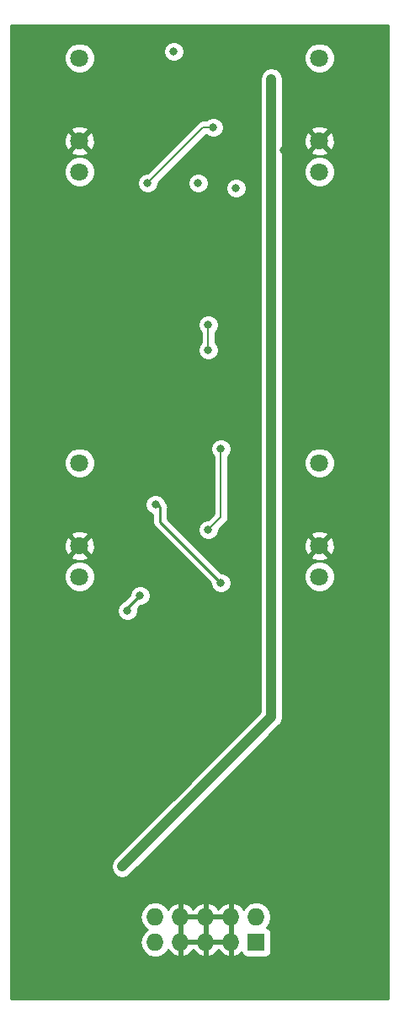
<source format=gbr>
G04 #@! TF.GenerationSoftware,KiCad,Pcbnew,5.0.2+dfsg1-1~bpo9+1*
G04 #@! TF.CreationDate,2019-02-28T12:06:51-08:00*
G04 #@! TF.ProjectId,Drum,4472756d-2e6b-4696-9361-645f70636258,rev?*
G04 #@! TF.SameCoordinates,Original*
G04 #@! TF.FileFunction,Copper,L2,Bot*
G04 #@! TF.FilePolarity,Positive*
%FSLAX46Y46*%
G04 Gerber Fmt 4.6, Leading zero omitted, Abs format (unit mm)*
G04 Created by KiCad (PCBNEW 5.0.2+dfsg1-1~bpo9+1) date Thu 28 Feb 2019 12:06:51 PM PST*
%MOMM*%
%LPD*%
G01*
G04 APERTURE LIST*
G04 #@! TA.AperFunction,ComponentPad*
%ADD10R,1.727200X1.727200*%
G04 #@! TD*
G04 #@! TA.AperFunction,ComponentPad*
%ADD11O,1.727200X1.727200*%
G04 #@! TD*
G04 #@! TA.AperFunction,ComponentPad*
%ADD12C,1.800000*%
G04 #@! TD*
G04 #@! TA.AperFunction,ViaPad*
%ADD13C,0.800000*%
G04 #@! TD*
G04 #@! TA.AperFunction,Conductor*
%ADD14C,0.200000*%
G04 #@! TD*
G04 #@! TA.AperFunction,Conductor*
%ADD15C,0.250000*%
G04 #@! TD*
G04 #@! TA.AperFunction,Conductor*
%ADD16C,1.000000*%
G04 #@! TD*
G04 #@! TA.AperFunction,Conductor*
%ADD17C,0.254000*%
G04 #@! TD*
G04 APERTURE END LIST*
D10*
G04 #@! TO.P,J3,1*
G04 #@! TO.N,Net-(D2-Pad1)*
X162814000Y-139192000D03*
D11*
G04 #@! TO.P,J3,2*
X162814000Y-136652000D03*
G04 #@! TO.P,J3,3*
G04 #@! TO.N,GND*
X160274000Y-139192000D03*
G04 #@! TO.P,J3,4*
X160274000Y-136652000D03*
G04 #@! TO.P,J3,5*
X157734000Y-139192000D03*
G04 #@! TO.P,J3,6*
X157734000Y-136652000D03*
G04 #@! TO.P,J3,7*
X155194000Y-139192000D03*
G04 #@! TO.P,J3,8*
X155194000Y-136652000D03*
G04 #@! TO.P,J3,9*
G04 #@! TO.N,Net-(D1-Pad2)*
X152654000Y-139192000D03*
G04 #@! TO.P,J3,10*
X152654000Y-136652000D03*
G04 #@! TD*
D12*
G04 #@! TO.P,J5,3*
G04 #@! TO.N,Net-(J5-Pad3)*
X169164000Y-91092000D03*
G04 #@! TO.P,J5,1*
G04 #@! TO.N,Net-(J5-Pad1)*
X169164000Y-102492000D03*
G04 #@! TO.P,J5,2*
G04 #@! TO.N,GND*
X169164000Y-99392000D03*
G04 #@! TD*
G04 #@! TO.P,J1,3*
G04 #@! TO.N,Net-(J1-Pad3)*
X145034000Y-50452000D03*
G04 #@! TO.P,J1,1*
G04 #@! TO.N,Net-(J1-Pad1)*
X145034000Y-61852000D03*
G04 #@! TO.P,J1,2*
G04 #@! TO.N,GND*
X145034000Y-58752000D03*
G04 #@! TD*
G04 #@! TO.P,J2,3*
G04 #@! TO.N,Net-(J2-Pad3)*
X145034000Y-91092000D03*
G04 #@! TO.P,J2,1*
G04 #@! TO.N,Net-(J2-Pad1)*
X145034000Y-102492000D03*
G04 #@! TO.P,J2,2*
G04 #@! TO.N,GND*
X145034000Y-99392000D03*
G04 #@! TD*
G04 #@! TO.P,J4,3*
G04 #@! TO.N,Net-(J4-Pad3)*
X169164000Y-50452000D03*
G04 #@! TO.P,J4,1*
G04 #@! TO.N,Net-(J4-Pad1)*
X169164000Y-61852000D03*
G04 #@! TO.P,J4,2*
G04 #@! TO.N,GND*
X169164000Y-58752000D03*
G04 #@! TD*
D13*
G04 #@! TO.N,GND*
X157734000Y-96520000D03*
X152654000Y-101854000D03*
X152146000Y-96774000D03*
X148590000Y-104394000D03*
X156718000Y-104394000D03*
X175514000Y-94234000D03*
X163830000Y-133096000D03*
X163830000Y-142494000D03*
X146812000Y-142240000D03*
X143256000Y-131064000D03*
X171196000Y-139954000D03*
X171196000Y-131572000D03*
X153416000Y-82550000D03*
X156718000Y-85598000D03*
X151384000Y-70358000D03*
X158242000Y-70612000D03*
X166370000Y-77470000D03*
X161036000Y-83058000D03*
X149098000Y-64516000D03*
X142494000Y-64516000D03*
X142748000Y-69850000D03*
X150622000Y-61468000D03*
X151384000Y-54610000D03*
X164592000Y-50546000D03*
X157988000Y-54102000D03*
X156972000Y-55118000D03*
X165608000Y-59690000D03*
X171450000Y-67056000D03*
X170434000Y-73152000D03*
X160274000Y-133350000D03*
X154178000Y-142748000D03*
X158242000Y-60198000D03*
G04 #@! TO.N,Net-(R10-Pad1)*
X157988000Y-97790000D03*
X159258000Y-89662000D03*
G04 #@! TO.N,Net-(J5-Pad1)*
X159258000Y-103124000D03*
X152677000Y-95250000D03*
G04 #@! TO.N,Net-(J4-Pad1)*
X156972000Y-62992000D03*
X160782000Y-63500000D03*
G04 #@! TO.N,Net-(R15-Pad2)*
X154518500Y-49784000D03*
G04 #@! TO.N,Net-(R7-Pad2)*
X151892000Y-62992000D03*
X158496000Y-57404000D03*
G04 #@! TO.N,Net-(Q2-Pad3)*
X151130000Y-104394000D03*
X149860000Y-105918000D03*
X157988000Y-77216000D03*
X157988000Y-79756000D03*
G04 #@! TO.N,+12V*
X149352000Y-131572000D03*
X164338000Y-93980000D03*
X164338000Y-52578000D03*
X164338000Y-98298000D03*
X164338000Y-69342000D03*
X164338000Y-55372000D03*
X155956000Y-124968000D03*
G04 #@! TD*
D14*
G04 #@! TO.N,Net-(R10-Pad1)*
X159258000Y-96520000D02*
X157988000Y-97790000D01*
X159258000Y-89662000D02*
X159258000Y-96520000D01*
D15*
G04 #@! TO.N,Net-(J5-Pad1)*
X159258000Y-103124000D02*
X153162000Y-97028000D01*
X153162000Y-97028000D02*
X153162000Y-95504000D01*
X153162000Y-95504000D02*
X152908000Y-95250000D01*
X152908000Y-95250000D02*
X152677000Y-95250000D01*
D14*
G04 #@! TO.N,Net-(R7-Pad2)*
X151892000Y-62992000D02*
X152291999Y-62592001D01*
X152291999Y-62592001D02*
X157480000Y-57404000D01*
X157480000Y-57404000D02*
X158496000Y-57404000D01*
D15*
G04 #@! TO.N,Net-(Q2-Pad3)*
X149860000Y-105664000D02*
X151130000Y-104394000D01*
X149860000Y-105918000D02*
X149860000Y-105664000D01*
D14*
X157988000Y-77216000D02*
X157988000Y-79248000D01*
X157988000Y-79248000D02*
X157988000Y-79756000D01*
D16*
G04 #@! TO.N,+12V*
X149352000Y-131572000D02*
X155956000Y-124968000D01*
X164338000Y-116586000D02*
X164338000Y-98298000D01*
X164338000Y-93980000D02*
X164338000Y-69342000D01*
X164338000Y-98298000D02*
X164338000Y-93980000D01*
X164338000Y-69342000D02*
X164338000Y-55372000D01*
X164338000Y-55372000D02*
X164338000Y-52578000D01*
X155956000Y-124968000D02*
X164338000Y-116586000D01*
G04 #@! TD*
D17*
G04 #@! TO.N,GND*
G36*
X176074001Y-144832000D02*
X138124000Y-144832000D01*
X138124000Y-136652000D01*
X151126041Y-136652000D01*
X151242350Y-137236725D01*
X151573570Y-137732430D01*
X151857281Y-137922000D01*
X151573570Y-138111570D01*
X151242350Y-138607275D01*
X151126041Y-139192000D01*
X151242350Y-139776725D01*
X151573570Y-140272430D01*
X152069275Y-140603650D01*
X152506402Y-140690600D01*
X152801598Y-140690600D01*
X153238725Y-140603650D01*
X153734430Y-140272430D01*
X153935854Y-139970979D01*
X153987179Y-140080490D01*
X154419053Y-140474688D01*
X154834974Y-140646958D01*
X155067000Y-140525817D01*
X155067000Y-139319000D01*
X155321000Y-139319000D01*
X155321000Y-140525817D01*
X155553026Y-140646958D01*
X155968947Y-140474688D01*
X156400821Y-140080490D01*
X156464000Y-139945687D01*
X156527179Y-140080490D01*
X156959053Y-140474688D01*
X157374974Y-140646958D01*
X157607000Y-140525817D01*
X157607000Y-139319000D01*
X157861000Y-139319000D01*
X157861000Y-140525817D01*
X158093026Y-140646958D01*
X158508947Y-140474688D01*
X158940821Y-140080490D01*
X159004000Y-139945687D01*
X159067179Y-140080490D01*
X159499053Y-140474688D01*
X159914974Y-140646958D01*
X160147000Y-140525817D01*
X160147000Y-139319000D01*
X157861000Y-139319000D01*
X157607000Y-139319000D01*
X155321000Y-139319000D01*
X155067000Y-139319000D01*
X155047000Y-139319000D01*
X155047000Y-139065000D01*
X155067000Y-139065000D01*
X155067000Y-136779000D01*
X155321000Y-136779000D01*
X155321000Y-139065000D01*
X157607000Y-139065000D01*
X157607000Y-136779000D01*
X157861000Y-136779000D01*
X157861000Y-139065000D01*
X160147000Y-139065000D01*
X160147000Y-136779000D01*
X157861000Y-136779000D01*
X157607000Y-136779000D01*
X155321000Y-136779000D01*
X155067000Y-136779000D01*
X155047000Y-136779000D01*
X155047000Y-136525000D01*
X155067000Y-136525000D01*
X155067000Y-135318183D01*
X155321000Y-135318183D01*
X155321000Y-136525000D01*
X157607000Y-136525000D01*
X157607000Y-135318183D01*
X157861000Y-135318183D01*
X157861000Y-136525000D01*
X160147000Y-136525000D01*
X160147000Y-135318183D01*
X160401000Y-135318183D01*
X160401000Y-136525000D01*
X160421000Y-136525000D01*
X160421000Y-136779000D01*
X160401000Y-136779000D01*
X160401000Y-139065000D01*
X160421000Y-139065000D01*
X160421000Y-139319000D01*
X160401000Y-139319000D01*
X160401000Y-140525817D01*
X160633026Y-140646958D01*
X161048947Y-140474688D01*
X161334480Y-140214064D01*
X161352243Y-140303365D01*
X161492591Y-140513409D01*
X161702635Y-140653757D01*
X161950400Y-140703040D01*
X163677600Y-140703040D01*
X163925365Y-140653757D01*
X164135409Y-140513409D01*
X164275757Y-140303365D01*
X164325040Y-140055600D01*
X164325040Y-138328400D01*
X164275757Y-138080635D01*
X164135409Y-137870591D01*
X163925365Y-137730243D01*
X163899349Y-137725068D01*
X164225650Y-137236725D01*
X164341959Y-136652000D01*
X164225650Y-136067275D01*
X163894430Y-135571570D01*
X163398725Y-135240350D01*
X162961598Y-135153400D01*
X162666402Y-135153400D01*
X162229275Y-135240350D01*
X161733570Y-135571570D01*
X161532146Y-135873021D01*
X161480821Y-135763510D01*
X161048947Y-135369312D01*
X160633026Y-135197042D01*
X160401000Y-135318183D01*
X160147000Y-135318183D01*
X159914974Y-135197042D01*
X159499053Y-135369312D01*
X159067179Y-135763510D01*
X159004000Y-135898313D01*
X158940821Y-135763510D01*
X158508947Y-135369312D01*
X158093026Y-135197042D01*
X157861000Y-135318183D01*
X157607000Y-135318183D01*
X157374974Y-135197042D01*
X156959053Y-135369312D01*
X156527179Y-135763510D01*
X156464000Y-135898313D01*
X156400821Y-135763510D01*
X155968947Y-135369312D01*
X155553026Y-135197042D01*
X155321000Y-135318183D01*
X155067000Y-135318183D01*
X154834974Y-135197042D01*
X154419053Y-135369312D01*
X153987179Y-135763510D01*
X153935854Y-135873021D01*
X153734430Y-135571570D01*
X153238725Y-135240350D01*
X152801598Y-135153400D01*
X152506402Y-135153400D01*
X152069275Y-135240350D01*
X151573570Y-135571570D01*
X151242350Y-136067275D01*
X151126041Y-136652000D01*
X138124000Y-136652000D01*
X138124000Y-131572000D01*
X148194765Y-131572000D01*
X148282854Y-132014854D01*
X148533712Y-132390288D01*
X148909146Y-132641146D01*
X149352000Y-132729235D01*
X149794854Y-132641146D01*
X150075523Y-132453608D01*
X156837608Y-125691524D01*
X156837610Y-125691521D01*
X165061522Y-117467610D01*
X165156289Y-117404289D01*
X165407146Y-117028855D01*
X165473000Y-116697783D01*
X165473000Y-116697782D01*
X165495235Y-116586001D01*
X165473000Y-116474218D01*
X165473000Y-102186670D01*
X167629000Y-102186670D01*
X167629000Y-102797330D01*
X167862690Y-103361507D01*
X168294493Y-103793310D01*
X168858670Y-104027000D01*
X169469330Y-104027000D01*
X170033507Y-103793310D01*
X170465310Y-103361507D01*
X170699000Y-102797330D01*
X170699000Y-102186670D01*
X170465310Y-101622493D01*
X170033507Y-101190690D01*
X169469330Y-100957000D01*
X168858670Y-100957000D01*
X168294493Y-101190690D01*
X167862690Y-101622493D01*
X167629000Y-102186670D01*
X165473000Y-102186670D01*
X165473000Y-100472159D01*
X168263446Y-100472159D01*
X168349852Y-100728643D01*
X168923336Y-100938458D01*
X169533460Y-100912839D01*
X169978148Y-100728643D01*
X170064554Y-100472159D01*
X169164000Y-99571605D01*
X168263446Y-100472159D01*
X165473000Y-100472159D01*
X165473000Y-99151336D01*
X167617542Y-99151336D01*
X167643161Y-99761460D01*
X167827357Y-100206148D01*
X168083841Y-100292554D01*
X168984395Y-99392000D01*
X169343605Y-99392000D01*
X170244159Y-100292554D01*
X170500643Y-100206148D01*
X170710458Y-99632664D01*
X170684839Y-99022540D01*
X170500643Y-98577852D01*
X170244159Y-98491446D01*
X169343605Y-99392000D01*
X168984395Y-99392000D01*
X168083841Y-98491446D01*
X167827357Y-98577852D01*
X167617542Y-99151336D01*
X165473000Y-99151336D01*
X165473000Y-98311841D01*
X168263446Y-98311841D01*
X169164000Y-99212395D01*
X170064554Y-98311841D01*
X169978148Y-98055357D01*
X169404664Y-97845542D01*
X168794540Y-97871161D01*
X168349852Y-98055357D01*
X168263446Y-98311841D01*
X165473000Y-98311841D01*
X165473000Y-90786670D01*
X167629000Y-90786670D01*
X167629000Y-91397330D01*
X167862690Y-91961507D01*
X168294493Y-92393310D01*
X168858670Y-92627000D01*
X169469330Y-92627000D01*
X170033507Y-92393310D01*
X170465310Y-91961507D01*
X170699000Y-91397330D01*
X170699000Y-90786670D01*
X170465310Y-90222493D01*
X170033507Y-89790690D01*
X169469330Y-89557000D01*
X168858670Y-89557000D01*
X168294493Y-89790690D01*
X167862690Y-90222493D01*
X167629000Y-90786670D01*
X165473000Y-90786670D01*
X165473000Y-61546670D01*
X167629000Y-61546670D01*
X167629000Y-62157330D01*
X167862690Y-62721507D01*
X168294493Y-63153310D01*
X168858670Y-63387000D01*
X169469330Y-63387000D01*
X170033507Y-63153310D01*
X170465310Y-62721507D01*
X170699000Y-62157330D01*
X170699000Y-61546670D01*
X170465310Y-60982493D01*
X170033507Y-60550690D01*
X169469330Y-60317000D01*
X168858670Y-60317000D01*
X168294493Y-60550690D01*
X167862690Y-60982493D01*
X167629000Y-61546670D01*
X165473000Y-61546670D01*
X165473000Y-59832159D01*
X168263446Y-59832159D01*
X168349852Y-60088643D01*
X168923336Y-60298458D01*
X169533460Y-60272839D01*
X169978148Y-60088643D01*
X170064554Y-59832159D01*
X169164000Y-58931605D01*
X168263446Y-59832159D01*
X165473000Y-59832159D01*
X165473000Y-58511336D01*
X167617542Y-58511336D01*
X167643161Y-59121460D01*
X167827357Y-59566148D01*
X168083841Y-59652554D01*
X168984395Y-58752000D01*
X169343605Y-58752000D01*
X170244159Y-59652554D01*
X170500643Y-59566148D01*
X170710458Y-58992664D01*
X170684839Y-58382540D01*
X170500643Y-57937852D01*
X170244159Y-57851446D01*
X169343605Y-58752000D01*
X168984395Y-58752000D01*
X168083841Y-57851446D01*
X167827357Y-57937852D01*
X167617542Y-58511336D01*
X165473000Y-58511336D01*
X165473000Y-57671841D01*
X168263446Y-57671841D01*
X169164000Y-58572395D01*
X170064554Y-57671841D01*
X169978148Y-57415357D01*
X169404664Y-57205542D01*
X168794540Y-57231161D01*
X168349852Y-57415357D01*
X168263446Y-57671841D01*
X165473000Y-57671841D01*
X165473000Y-52466217D01*
X165407146Y-52135145D01*
X165156289Y-51759711D01*
X164780855Y-51508854D01*
X164338000Y-51420765D01*
X163895146Y-51508854D01*
X163519712Y-51759711D01*
X163268855Y-52135145D01*
X163203001Y-52466217D01*
X163203000Y-55483782D01*
X163203001Y-55483787D01*
X163203000Y-69453782D01*
X163203001Y-69453787D01*
X163203000Y-94091782D01*
X163203001Y-94091787D01*
X163203000Y-98409782D01*
X163203001Y-98409787D01*
X163203000Y-116115868D01*
X155232479Y-124086390D01*
X155232476Y-124086392D01*
X148470392Y-130848477D01*
X148282854Y-131129146D01*
X148194765Y-131572000D01*
X138124000Y-131572000D01*
X138124000Y-105712126D01*
X148825000Y-105712126D01*
X148825000Y-106123874D01*
X148982569Y-106504280D01*
X149273720Y-106795431D01*
X149654126Y-106953000D01*
X150065874Y-106953000D01*
X150446280Y-106795431D01*
X150737431Y-106504280D01*
X150895000Y-106123874D01*
X150895000Y-105712126D01*
X150892562Y-105706240D01*
X151169802Y-105429000D01*
X151335874Y-105429000D01*
X151716280Y-105271431D01*
X152007431Y-104980280D01*
X152165000Y-104599874D01*
X152165000Y-104188126D01*
X152007431Y-103807720D01*
X151716280Y-103516569D01*
X151335874Y-103359000D01*
X150924126Y-103359000D01*
X150543720Y-103516569D01*
X150252569Y-103807720D01*
X150095000Y-104188126D01*
X150095000Y-104354198D01*
X149504025Y-104945174D01*
X149273720Y-105040569D01*
X148982569Y-105331720D01*
X148825000Y-105712126D01*
X138124000Y-105712126D01*
X138124000Y-102186670D01*
X143499000Y-102186670D01*
X143499000Y-102797330D01*
X143732690Y-103361507D01*
X144164493Y-103793310D01*
X144728670Y-104027000D01*
X145339330Y-104027000D01*
X145903507Y-103793310D01*
X146335310Y-103361507D01*
X146569000Y-102797330D01*
X146569000Y-102186670D01*
X146335310Y-101622493D01*
X145903507Y-101190690D01*
X145339330Y-100957000D01*
X144728670Y-100957000D01*
X144164493Y-101190690D01*
X143732690Y-101622493D01*
X143499000Y-102186670D01*
X138124000Y-102186670D01*
X138124000Y-100472159D01*
X144133446Y-100472159D01*
X144219852Y-100728643D01*
X144793336Y-100938458D01*
X145403460Y-100912839D01*
X145848148Y-100728643D01*
X145934554Y-100472159D01*
X145034000Y-99571605D01*
X144133446Y-100472159D01*
X138124000Y-100472159D01*
X138124000Y-99151336D01*
X143487542Y-99151336D01*
X143513161Y-99761460D01*
X143697357Y-100206148D01*
X143953841Y-100292554D01*
X144854395Y-99392000D01*
X145213605Y-99392000D01*
X146114159Y-100292554D01*
X146370643Y-100206148D01*
X146580458Y-99632664D01*
X146554839Y-99022540D01*
X146370643Y-98577852D01*
X146114159Y-98491446D01*
X145213605Y-99392000D01*
X144854395Y-99392000D01*
X143953841Y-98491446D01*
X143697357Y-98577852D01*
X143487542Y-99151336D01*
X138124000Y-99151336D01*
X138124000Y-98311841D01*
X144133446Y-98311841D01*
X145034000Y-99212395D01*
X145934554Y-98311841D01*
X145848148Y-98055357D01*
X145274664Y-97845542D01*
X144664540Y-97871161D01*
X144219852Y-98055357D01*
X144133446Y-98311841D01*
X138124000Y-98311841D01*
X138124000Y-95044126D01*
X151642000Y-95044126D01*
X151642000Y-95455874D01*
X151799569Y-95836280D01*
X152090720Y-96127431D01*
X152402001Y-96256367D01*
X152402000Y-96953153D01*
X152387112Y-97028000D01*
X152402000Y-97102847D01*
X152402000Y-97102851D01*
X152446096Y-97324536D01*
X152614071Y-97575929D01*
X152677530Y-97618331D01*
X158223000Y-103163802D01*
X158223000Y-103329874D01*
X158380569Y-103710280D01*
X158671720Y-104001431D01*
X159052126Y-104159000D01*
X159463874Y-104159000D01*
X159844280Y-104001431D01*
X160135431Y-103710280D01*
X160293000Y-103329874D01*
X160293000Y-102918126D01*
X160135431Y-102537720D01*
X159844280Y-102246569D01*
X159463874Y-102089000D01*
X159297802Y-102089000D01*
X154792928Y-97584126D01*
X156953000Y-97584126D01*
X156953000Y-97995874D01*
X157110569Y-98376280D01*
X157401720Y-98667431D01*
X157782126Y-98825000D01*
X158193874Y-98825000D01*
X158574280Y-98667431D01*
X158865431Y-98376280D01*
X159023000Y-97995874D01*
X159023000Y-97794446D01*
X159726537Y-97090910D01*
X159787905Y-97049905D01*
X159950354Y-96806783D01*
X159993000Y-96592388D01*
X159993000Y-96592385D01*
X160007398Y-96520001D01*
X159993000Y-96447617D01*
X159993000Y-90390711D01*
X160135431Y-90248280D01*
X160293000Y-89867874D01*
X160293000Y-89456126D01*
X160135431Y-89075720D01*
X159844280Y-88784569D01*
X159463874Y-88627000D01*
X159052126Y-88627000D01*
X158671720Y-88784569D01*
X158380569Y-89075720D01*
X158223000Y-89456126D01*
X158223000Y-89867874D01*
X158380569Y-90248280D01*
X158523000Y-90390711D01*
X158523001Y-96215552D01*
X157983554Y-96755000D01*
X157782126Y-96755000D01*
X157401720Y-96912569D01*
X157110569Y-97203720D01*
X156953000Y-97584126D01*
X154792928Y-97584126D01*
X153922000Y-96713199D01*
X153922000Y-95578846D01*
X153936888Y-95503999D01*
X153922000Y-95429152D01*
X153922000Y-95429148D01*
X153877904Y-95207463D01*
X153709929Y-94956071D01*
X153662361Y-94924287D01*
X153554431Y-94663720D01*
X153263280Y-94372569D01*
X152882874Y-94215000D01*
X152471126Y-94215000D01*
X152090720Y-94372569D01*
X151799569Y-94663720D01*
X151642000Y-95044126D01*
X138124000Y-95044126D01*
X138124000Y-90786670D01*
X143499000Y-90786670D01*
X143499000Y-91397330D01*
X143732690Y-91961507D01*
X144164493Y-92393310D01*
X144728670Y-92627000D01*
X145339330Y-92627000D01*
X145903507Y-92393310D01*
X146335310Y-91961507D01*
X146569000Y-91397330D01*
X146569000Y-90786670D01*
X146335310Y-90222493D01*
X145903507Y-89790690D01*
X145339330Y-89557000D01*
X144728670Y-89557000D01*
X144164493Y-89790690D01*
X143732690Y-90222493D01*
X143499000Y-90786670D01*
X138124000Y-90786670D01*
X138124000Y-77010126D01*
X156953000Y-77010126D01*
X156953000Y-77421874D01*
X157110569Y-77802280D01*
X157253000Y-77944711D01*
X157253001Y-79027288D01*
X157110569Y-79169720D01*
X156953000Y-79550126D01*
X156953000Y-79961874D01*
X157110569Y-80342280D01*
X157401720Y-80633431D01*
X157782126Y-80791000D01*
X158193874Y-80791000D01*
X158574280Y-80633431D01*
X158865431Y-80342280D01*
X159023000Y-79961874D01*
X159023000Y-79550126D01*
X158865431Y-79169720D01*
X158723000Y-79027289D01*
X158723000Y-77944711D01*
X158865431Y-77802280D01*
X159023000Y-77421874D01*
X159023000Y-77010126D01*
X158865431Y-76629720D01*
X158574280Y-76338569D01*
X158193874Y-76181000D01*
X157782126Y-76181000D01*
X157401720Y-76338569D01*
X157110569Y-76629720D01*
X156953000Y-77010126D01*
X138124000Y-77010126D01*
X138124000Y-61546670D01*
X143499000Y-61546670D01*
X143499000Y-62157330D01*
X143732690Y-62721507D01*
X144164493Y-63153310D01*
X144728670Y-63387000D01*
X145339330Y-63387000D01*
X145903507Y-63153310D01*
X146270691Y-62786126D01*
X150857000Y-62786126D01*
X150857000Y-63197874D01*
X151014569Y-63578280D01*
X151305720Y-63869431D01*
X151686126Y-64027000D01*
X152097874Y-64027000D01*
X152478280Y-63869431D01*
X152769431Y-63578280D01*
X152927000Y-63197874D01*
X152927000Y-62996446D01*
X153137320Y-62786126D01*
X155937000Y-62786126D01*
X155937000Y-63197874D01*
X156094569Y-63578280D01*
X156385720Y-63869431D01*
X156766126Y-64027000D01*
X157177874Y-64027000D01*
X157558280Y-63869431D01*
X157849431Y-63578280D01*
X157967131Y-63294126D01*
X159747000Y-63294126D01*
X159747000Y-63705874D01*
X159904569Y-64086280D01*
X160195720Y-64377431D01*
X160576126Y-64535000D01*
X160987874Y-64535000D01*
X161368280Y-64377431D01*
X161659431Y-64086280D01*
X161817000Y-63705874D01*
X161817000Y-63294126D01*
X161659431Y-62913720D01*
X161368280Y-62622569D01*
X160987874Y-62465000D01*
X160576126Y-62465000D01*
X160195720Y-62622569D01*
X159904569Y-62913720D01*
X159747000Y-63294126D01*
X157967131Y-63294126D01*
X158007000Y-63197874D01*
X158007000Y-62786126D01*
X157849431Y-62405720D01*
X157558280Y-62114569D01*
X157177874Y-61957000D01*
X156766126Y-61957000D01*
X156385720Y-62114569D01*
X156094569Y-62405720D01*
X155937000Y-62786126D01*
X153137320Y-62786126D01*
X157775868Y-58147579D01*
X157909720Y-58281431D01*
X158290126Y-58439000D01*
X158701874Y-58439000D01*
X159082280Y-58281431D01*
X159373431Y-57990280D01*
X159531000Y-57609874D01*
X159531000Y-57198126D01*
X159373431Y-56817720D01*
X159082280Y-56526569D01*
X158701874Y-56369000D01*
X158290126Y-56369000D01*
X157909720Y-56526569D01*
X157767289Y-56669000D01*
X157552383Y-56669000D01*
X157479999Y-56654602D01*
X157407615Y-56669000D01*
X157407612Y-56669000D01*
X157193217Y-56711646D01*
X156950095Y-56874095D01*
X156909091Y-56935462D01*
X151887554Y-61957000D01*
X151686126Y-61957000D01*
X151305720Y-62114569D01*
X151014569Y-62405720D01*
X150857000Y-62786126D01*
X146270691Y-62786126D01*
X146335310Y-62721507D01*
X146569000Y-62157330D01*
X146569000Y-61546670D01*
X146335310Y-60982493D01*
X145903507Y-60550690D01*
X145339330Y-60317000D01*
X144728670Y-60317000D01*
X144164493Y-60550690D01*
X143732690Y-60982493D01*
X143499000Y-61546670D01*
X138124000Y-61546670D01*
X138124000Y-59832159D01*
X144133446Y-59832159D01*
X144219852Y-60088643D01*
X144793336Y-60298458D01*
X145403460Y-60272839D01*
X145848148Y-60088643D01*
X145934554Y-59832159D01*
X145034000Y-58931605D01*
X144133446Y-59832159D01*
X138124000Y-59832159D01*
X138124000Y-58511336D01*
X143487542Y-58511336D01*
X143513161Y-59121460D01*
X143697357Y-59566148D01*
X143953841Y-59652554D01*
X144854395Y-58752000D01*
X145213605Y-58752000D01*
X146114159Y-59652554D01*
X146370643Y-59566148D01*
X146580458Y-58992664D01*
X146554839Y-58382540D01*
X146370643Y-57937852D01*
X146114159Y-57851446D01*
X145213605Y-58752000D01*
X144854395Y-58752000D01*
X143953841Y-57851446D01*
X143697357Y-57937852D01*
X143487542Y-58511336D01*
X138124000Y-58511336D01*
X138124000Y-57671841D01*
X144133446Y-57671841D01*
X145034000Y-58572395D01*
X145934554Y-57671841D01*
X145848148Y-57415357D01*
X145274664Y-57205542D01*
X144664540Y-57231161D01*
X144219852Y-57415357D01*
X144133446Y-57671841D01*
X138124000Y-57671841D01*
X138124000Y-50146670D01*
X143499000Y-50146670D01*
X143499000Y-50757330D01*
X143732690Y-51321507D01*
X144164493Y-51753310D01*
X144728670Y-51987000D01*
X145339330Y-51987000D01*
X145903507Y-51753310D01*
X146335310Y-51321507D01*
X146569000Y-50757330D01*
X146569000Y-50146670D01*
X146335310Y-49582493D01*
X146330943Y-49578126D01*
X153483500Y-49578126D01*
X153483500Y-49989874D01*
X153641069Y-50370280D01*
X153932220Y-50661431D01*
X154312626Y-50819000D01*
X154724374Y-50819000D01*
X155104780Y-50661431D01*
X155395931Y-50370280D01*
X155488553Y-50146670D01*
X167629000Y-50146670D01*
X167629000Y-50757330D01*
X167862690Y-51321507D01*
X168294493Y-51753310D01*
X168858670Y-51987000D01*
X169469330Y-51987000D01*
X170033507Y-51753310D01*
X170465310Y-51321507D01*
X170699000Y-50757330D01*
X170699000Y-50146670D01*
X170465310Y-49582493D01*
X170033507Y-49150690D01*
X169469330Y-48917000D01*
X168858670Y-48917000D01*
X168294493Y-49150690D01*
X167862690Y-49582493D01*
X167629000Y-50146670D01*
X155488553Y-50146670D01*
X155553500Y-49989874D01*
X155553500Y-49578126D01*
X155395931Y-49197720D01*
X155104780Y-48906569D01*
X154724374Y-48749000D01*
X154312626Y-48749000D01*
X153932220Y-48906569D01*
X153641069Y-49197720D01*
X153483500Y-49578126D01*
X146330943Y-49578126D01*
X145903507Y-49150690D01*
X145339330Y-48917000D01*
X144728670Y-48917000D01*
X144164493Y-49150690D01*
X143732690Y-49582493D01*
X143499000Y-50146670D01*
X138124000Y-50146670D01*
X138124000Y-47192000D01*
X176074000Y-47192000D01*
X176074001Y-144832000D01*
X176074001Y-144832000D01*
G37*
X176074001Y-144832000D02*
X138124000Y-144832000D01*
X138124000Y-136652000D01*
X151126041Y-136652000D01*
X151242350Y-137236725D01*
X151573570Y-137732430D01*
X151857281Y-137922000D01*
X151573570Y-138111570D01*
X151242350Y-138607275D01*
X151126041Y-139192000D01*
X151242350Y-139776725D01*
X151573570Y-140272430D01*
X152069275Y-140603650D01*
X152506402Y-140690600D01*
X152801598Y-140690600D01*
X153238725Y-140603650D01*
X153734430Y-140272430D01*
X153935854Y-139970979D01*
X153987179Y-140080490D01*
X154419053Y-140474688D01*
X154834974Y-140646958D01*
X155067000Y-140525817D01*
X155067000Y-139319000D01*
X155321000Y-139319000D01*
X155321000Y-140525817D01*
X155553026Y-140646958D01*
X155968947Y-140474688D01*
X156400821Y-140080490D01*
X156464000Y-139945687D01*
X156527179Y-140080490D01*
X156959053Y-140474688D01*
X157374974Y-140646958D01*
X157607000Y-140525817D01*
X157607000Y-139319000D01*
X157861000Y-139319000D01*
X157861000Y-140525817D01*
X158093026Y-140646958D01*
X158508947Y-140474688D01*
X158940821Y-140080490D01*
X159004000Y-139945687D01*
X159067179Y-140080490D01*
X159499053Y-140474688D01*
X159914974Y-140646958D01*
X160147000Y-140525817D01*
X160147000Y-139319000D01*
X157861000Y-139319000D01*
X157607000Y-139319000D01*
X155321000Y-139319000D01*
X155067000Y-139319000D01*
X155047000Y-139319000D01*
X155047000Y-139065000D01*
X155067000Y-139065000D01*
X155067000Y-136779000D01*
X155321000Y-136779000D01*
X155321000Y-139065000D01*
X157607000Y-139065000D01*
X157607000Y-136779000D01*
X157861000Y-136779000D01*
X157861000Y-139065000D01*
X160147000Y-139065000D01*
X160147000Y-136779000D01*
X157861000Y-136779000D01*
X157607000Y-136779000D01*
X155321000Y-136779000D01*
X155067000Y-136779000D01*
X155047000Y-136779000D01*
X155047000Y-136525000D01*
X155067000Y-136525000D01*
X155067000Y-135318183D01*
X155321000Y-135318183D01*
X155321000Y-136525000D01*
X157607000Y-136525000D01*
X157607000Y-135318183D01*
X157861000Y-135318183D01*
X157861000Y-136525000D01*
X160147000Y-136525000D01*
X160147000Y-135318183D01*
X160401000Y-135318183D01*
X160401000Y-136525000D01*
X160421000Y-136525000D01*
X160421000Y-136779000D01*
X160401000Y-136779000D01*
X160401000Y-139065000D01*
X160421000Y-139065000D01*
X160421000Y-139319000D01*
X160401000Y-139319000D01*
X160401000Y-140525817D01*
X160633026Y-140646958D01*
X161048947Y-140474688D01*
X161334480Y-140214064D01*
X161352243Y-140303365D01*
X161492591Y-140513409D01*
X161702635Y-140653757D01*
X161950400Y-140703040D01*
X163677600Y-140703040D01*
X163925365Y-140653757D01*
X164135409Y-140513409D01*
X164275757Y-140303365D01*
X164325040Y-140055600D01*
X164325040Y-138328400D01*
X164275757Y-138080635D01*
X164135409Y-137870591D01*
X163925365Y-137730243D01*
X163899349Y-137725068D01*
X164225650Y-137236725D01*
X164341959Y-136652000D01*
X164225650Y-136067275D01*
X163894430Y-135571570D01*
X163398725Y-135240350D01*
X162961598Y-135153400D01*
X162666402Y-135153400D01*
X162229275Y-135240350D01*
X161733570Y-135571570D01*
X161532146Y-135873021D01*
X161480821Y-135763510D01*
X161048947Y-135369312D01*
X160633026Y-135197042D01*
X160401000Y-135318183D01*
X160147000Y-135318183D01*
X159914974Y-135197042D01*
X159499053Y-135369312D01*
X159067179Y-135763510D01*
X159004000Y-135898313D01*
X158940821Y-135763510D01*
X158508947Y-135369312D01*
X158093026Y-135197042D01*
X157861000Y-135318183D01*
X157607000Y-135318183D01*
X157374974Y-135197042D01*
X156959053Y-135369312D01*
X156527179Y-135763510D01*
X156464000Y-135898313D01*
X156400821Y-135763510D01*
X155968947Y-135369312D01*
X155553026Y-135197042D01*
X155321000Y-135318183D01*
X155067000Y-135318183D01*
X154834974Y-135197042D01*
X154419053Y-135369312D01*
X153987179Y-135763510D01*
X153935854Y-135873021D01*
X153734430Y-135571570D01*
X153238725Y-135240350D01*
X152801598Y-135153400D01*
X152506402Y-135153400D01*
X152069275Y-135240350D01*
X151573570Y-135571570D01*
X151242350Y-136067275D01*
X151126041Y-136652000D01*
X138124000Y-136652000D01*
X138124000Y-131572000D01*
X148194765Y-131572000D01*
X148282854Y-132014854D01*
X148533712Y-132390288D01*
X148909146Y-132641146D01*
X149352000Y-132729235D01*
X149794854Y-132641146D01*
X150075523Y-132453608D01*
X156837608Y-125691524D01*
X156837610Y-125691521D01*
X165061522Y-117467610D01*
X165156289Y-117404289D01*
X165407146Y-117028855D01*
X165473000Y-116697783D01*
X165473000Y-116697782D01*
X165495235Y-116586001D01*
X165473000Y-116474218D01*
X165473000Y-102186670D01*
X167629000Y-102186670D01*
X167629000Y-102797330D01*
X167862690Y-103361507D01*
X168294493Y-103793310D01*
X168858670Y-104027000D01*
X169469330Y-104027000D01*
X170033507Y-103793310D01*
X170465310Y-103361507D01*
X170699000Y-102797330D01*
X170699000Y-102186670D01*
X170465310Y-101622493D01*
X170033507Y-101190690D01*
X169469330Y-100957000D01*
X168858670Y-100957000D01*
X168294493Y-101190690D01*
X167862690Y-101622493D01*
X167629000Y-102186670D01*
X165473000Y-102186670D01*
X165473000Y-100472159D01*
X168263446Y-100472159D01*
X168349852Y-100728643D01*
X168923336Y-100938458D01*
X169533460Y-100912839D01*
X169978148Y-100728643D01*
X170064554Y-100472159D01*
X169164000Y-99571605D01*
X168263446Y-100472159D01*
X165473000Y-100472159D01*
X165473000Y-99151336D01*
X167617542Y-99151336D01*
X167643161Y-99761460D01*
X167827357Y-100206148D01*
X168083841Y-100292554D01*
X168984395Y-99392000D01*
X169343605Y-99392000D01*
X170244159Y-100292554D01*
X170500643Y-100206148D01*
X170710458Y-99632664D01*
X170684839Y-99022540D01*
X170500643Y-98577852D01*
X170244159Y-98491446D01*
X169343605Y-99392000D01*
X168984395Y-99392000D01*
X168083841Y-98491446D01*
X167827357Y-98577852D01*
X167617542Y-99151336D01*
X165473000Y-99151336D01*
X165473000Y-98311841D01*
X168263446Y-98311841D01*
X169164000Y-99212395D01*
X170064554Y-98311841D01*
X169978148Y-98055357D01*
X169404664Y-97845542D01*
X168794540Y-97871161D01*
X168349852Y-98055357D01*
X168263446Y-98311841D01*
X165473000Y-98311841D01*
X165473000Y-90786670D01*
X167629000Y-90786670D01*
X167629000Y-91397330D01*
X167862690Y-91961507D01*
X168294493Y-92393310D01*
X168858670Y-92627000D01*
X169469330Y-92627000D01*
X170033507Y-92393310D01*
X170465310Y-91961507D01*
X170699000Y-91397330D01*
X170699000Y-90786670D01*
X170465310Y-90222493D01*
X170033507Y-89790690D01*
X169469330Y-89557000D01*
X168858670Y-89557000D01*
X168294493Y-89790690D01*
X167862690Y-90222493D01*
X167629000Y-90786670D01*
X165473000Y-90786670D01*
X165473000Y-61546670D01*
X167629000Y-61546670D01*
X167629000Y-62157330D01*
X167862690Y-62721507D01*
X168294493Y-63153310D01*
X168858670Y-63387000D01*
X169469330Y-63387000D01*
X170033507Y-63153310D01*
X170465310Y-62721507D01*
X170699000Y-62157330D01*
X170699000Y-61546670D01*
X170465310Y-60982493D01*
X170033507Y-60550690D01*
X169469330Y-60317000D01*
X168858670Y-60317000D01*
X168294493Y-60550690D01*
X167862690Y-60982493D01*
X167629000Y-61546670D01*
X165473000Y-61546670D01*
X165473000Y-59832159D01*
X168263446Y-59832159D01*
X168349852Y-60088643D01*
X168923336Y-60298458D01*
X169533460Y-60272839D01*
X169978148Y-60088643D01*
X170064554Y-59832159D01*
X169164000Y-58931605D01*
X168263446Y-59832159D01*
X165473000Y-59832159D01*
X165473000Y-58511336D01*
X167617542Y-58511336D01*
X167643161Y-59121460D01*
X167827357Y-59566148D01*
X168083841Y-59652554D01*
X168984395Y-58752000D01*
X169343605Y-58752000D01*
X170244159Y-59652554D01*
X170500643Y-59566148D01*
X170710458Y-58992664D01*
X170684839Y-58382540D01*
X170500643Y-57937852D01*
X170244159Y-57851446D01*
X169343605Y-58752000D01*
X168984395Y-58752000D01*
X168083841Y-57851446D01*
X167827357Y-57937852D01*
X167617542Y-58511336D01*
X165473000Y-58511336D01*
X165473000Y-57671841D01*
X168263446Y-57671841D01*
X169164000Y-58572395D01*
X170064554Y-57671841D01*
X169978148Y-57415357D01*
X169404664Y-57205542D01*
X168794540Y-57231161D01*
X168349852Y-57415357D01*
X168263446Y-57671841D01*
X165473000Y-57671841D01*
X165473000Y-52466217D01*
X165407146Y-52135145D01*
X165156289Y-51759711D01*
X164780855Y-51508854D01*
X164338000Y-51420765D01*
X163895146Y-51508854D01*
X163519712Y-51759711D01*
X163268855Y-52135145D01*
X163203001Y-52466217D01*
X163203000Y-55483782D01*
X163203001Y-55483787D01*
X163203000Y-69453782D01*
X163203001Y-69453787D01*
X163203000Y-94091782D01*
X163203001Y-94091787D01*
X163203000Y-98409782D01*
X163203001Y-98409787D01*
X163203000Y-116115868D01*
X155232479Y-124086390D01*
X155232476Y-124086392D01*
X148470392Y-130848477D01*
X148282854Y-131129146D01*
X148194765Y-131572000D01*
X138124000Y-131572000D01*
X138124000Y-105712126D01*
X148825000Y-105712126D01*
X148825000Y-106123874D01*
X148982569Y-106504280D01*
X149273720Y-106795431D01*
X149654126Y-106953000D01*
X150065874Y-106953000D01*
X150446280Y-106795431D01*
X150737431Y-106504280D01*
X150895000Y-106123874D01*
X150895000Y-105712126D01*
X150892562Y-105706240D01*
X151169802Y-105429000D01*
X151335874Y-105429000D01*
X151716280Y-105271431D01*
X152007431Y-104980280D01*
X152165000Y-104599874D01*
X152165000Y-104188126D01*
X152007431Y-103807720D01*
X151716280Y-103516569D01*
X151335874Y-103359000D01*
X150924126Y-103359000D01*
X150543720Y-103516569D01*
X150252569Y-103807720D01*
X150095000Y-104188126D01*
X150095000Y-104354198D01*
X149504025Y-104945174D01*
X149273720Y-105040569D01*
X148982569Y-105331720D01*
X148825000Y-105712126D01*
X138124000Y-105712126D01*
X138124000Y-102186670D01*
X143499000Y-102186670D01*
X143499000Y-102797330D01*
X143732690Y-103361507D01*
X144164493Y-103793310D01*
X144728670Y-104027000D01*
X145339330Y-104027000D01*
X145903507Y-103793310D01*
X146335310Y-103361507D01*
X146569000Y-102797330D01*
X146569000Y-102186670D01*
X146335310Y-101622493D01*
X145903507Y-101190690D01*
X145339330Y-100957000D01*
X144728670Y-100957000D01*
X144164493Y-101190690D01*
X143732690Y-101622493D01*
X143499000Y-102186670D01*
X138124000Y-102186670D01*
X138124000Y-100472159D01*
X144133446Y-100472159D01*
X144219852Y-100728643D01*
X144793336Y-100938458D01*
X145403460Y-100912839D01*
X145848148Y-100728643D01*
X145934554Y-100472159D01*
X145034000Y-99571605D01*
X144133446Y-100472159D01*
X138124000Y-100472159D01*
X138124000Y-99151336D01*
X143487542Y-99151336D01*
X143513161Y-99761460D01*
X143697357Y-100206148D01*
X143953841Y-100292554D01*
X144854395Y-99392000D01*
X145213605Y-99392000D01*
X146114159Y-100292554D01*
X146370643Y-100206148D01*
X146580458Y-99632664D01*
X146554839Y-99022540D01*
X146370643Y-98577852D01*
X146114159Y-98491446D01*
X145213605Y-99392000D01*
X144854395Y-99392000D01*
X143953841Y-98491446D01*
X143697357Y-98577852D01*
X143487542Y-99151336D01*
X138124000Y-99151336D01*
X138124000Y-98311841D01*
X144133446Y-98311841D01*
X145034000Y-99212395D01*
X145934554Y-98311841D01*
X145848148Y-98055357D01*
X145274664Y-97845542D01*
X144664540Y-97871161D01*
X144219852Y-98055357D01*
X144133446Y-98311841D01*
X138124000Y-98311841D01*
X138124000Y-95044126D01*
X151642000Y-95044126D01*
X151642000Y-95455874D01*
X151799569Y-95836280D01*
X152090720Y-96127431D01*
X152402001Y-96256367D01*
X152402000Y-96953153D01*
X152387112Y-97028000D01*
X152402000Y-97102847D01*
X152402000Y-97102851D01*
X152446096Y-97324536D01*
X152614071Y-97575929D01*
X152677530Y-97618331D01*
X158223000Y-103163802D01*
X158223000Y-103329874D01*
X158380569Y-103710280D01*
X158671720Y-104001431D01*
X159052126Y-104159000D01*
X159463874Y-104159000D01*
X159844280Y-104001431D01*
X160135431Y-103710280D01*
X160293000Y-103329874D01*
X160293000Y-102918126D01*
X160135431Y-102537720D01*
X159844280Y-102246569D01*
X159463874Y-102089000D01*
X159297802Y-102089000D01*
X154792928Y-97584126D01*
X156953000Y-97584126D01*
X156953000Y-97995874D01*
X157110569Y-98376280D01*
X157401720Y-98667431D01*
X157782126Y-98825000D01*
X158193874Y-98825000D01*
X158574280Y-98667431D01*
X158865431Y-98376280D01*
X159023000Y-97995874D01*
X159023000Y-97794446D01*
X159726537Y-97090910D01*
X159787905Y-97049905D01*
X159950354Y-96806783D01*
X159993000Y-96592388D01*
X159993000Y-96592385D01*
X160007398Y-96520001D01*
X159993000Y-96447617D01*
X159993000Y-90390711D01*
X160135431Y-90248280D01*
X160293000Y-89867874D01*
X160293000Y-89456126D01*
X160135431Y-89075720D01*
X159844280Y-88784569D01*
X159463874Y-88627000D01*
X159052126Y-88627000D01*
X158671720Y-88784569D01*
X158380569Y-89075720D01*
X158223000Y-89456126D01*
X158223000Y-89867874D01*
X158380569Y-90248280D01*
X158523000Y-90390711D01*
X158523001Y-96215552D01*
X157983554Y-96755000D01*
X157782126Y-96755000D01*
X157401720Y-96912569D01*
X157110569Y-97203720D01*
X156953000Y-97584126D01*
X154792928Y-97584126D01*
X153922000Y-96713199D01*
X153922000Y-95578846D01*
X153936888Y-95503999D01*
X153922000Y-95429152D01*
X153922000Y-95429148D01*
X153877904Y-95207463D01*
X153709929Y-94956071D01*
X153662361Y-94924287D01*
X153554431Y-94663720D01*
X153263280Y-94372569D01*
X152882874Y-94215000D01*
X152471126Y-94215000D01*
X152090720Y-94372569D01*
X151799569Y-94663720D01*
X151642000Y-95044126D01*
X138124000Y-95044126D01*
X138124000Y-90786670D01*
X143499000Y-90786670D01*
X143499000Y-91397330D01*
X143732690Y-91961507D01*
X144164493Y-92393310D01*
X144728670Y-92627000D01*
X145339330Y-92627000D01*
X145903507Y-92393310D01*
X146335310Y-91961507D01*
X146569000Y-91397330D01*
X146569000Y-90786670D01*
X146335310Y-90222493D01*
X145903507Y-89790690D01*
X145339330Y-89557000D01*
X144728670Y-89557000D01*
X144164493Y-89790690D01*
X143732690Y-90222493D01*
X143499000Y-90786670D01*
X138124000Y-90786670D01*
X138124000Y-77010126D01*
X156953000Y-77010126D01*
X156953000Y-77421874D01*
X157110569Y-77802280D01*
X157253000Y-77944711D01*
X157253001Y-79027288D01*
X157110569Y-79169720D01*
X156953000Y-79550126D01*
X156953000Y-79961874D01*
X157110569Y-80342280D01*
X157401720Y-80633431D01*
X157782126Y-80791000D01*
X158193874Y-80791000D01*
X158574280Y-80633431D01*
X158865431Y-80342280D01*
X159023000Y-79961874D01*
X159023000Y-79550126D01*
X158865431Y-79169720D01*
X158723000Y-79027289D01*
X158723000Y-77944711D01*
X158865431Y-77802280D01*
X159023000Y-77421874D01*
X159023000Y-77010126D01*
X158865431Y-76629720D01*
X158574280Y-76338569D01*
X158193874Y-76181000D01*
X157782126Y-76181000D01*
X157401720Y-76338569D01*
X157110569Y-76629720D01*
X156953000Y-77010126D01*
X138124000Y-77010126D01*
X138124000Y-61546670D01*
X143499000Y-61546670D01*
X143499000Y-62157330D01*
X143732690Y-62721507D01*
X144164493Y-63153310D01*
X144728670Y-63387000D01*
X145339330Y-63387000D01*
X145903507Y-63153310D01*
X146270691Y-62786126D01*
X150857000Y-62786126D01*
X150857000Y-63197874D01*
X151014569Y-63578280D01*
X151305720Y-63869431D01*
X151686126Y-64027000D01*
X152097874Y-64027000D01*
X152478280Y-63869431D01*
X152769431Y-63578280D01*
X152927000Y-63197874D01*
X152927000Y-62996446D01*
X153137320Y-62786126D01*
X155937000Y-62786126D01*
X155937000Y-63197874D01*
X156094569Y-63578280D01*
X156385720Y-63869431D01*
X156766126Y-64027000D01*
X157177874Y-64027000D01*
X157558280Y-63869431D01*
X157849431Y-63578280D01*
X157967131Y-63294126D01*
X159747000Y-63294126D01*
X159747000Y-63705874D01*
X159904569Y-64086280D01*
X160195720Y-64377431D01*
X160576126Y-64535000D01*
X160987874Y-64535000D01*
X161368280Y-64377431D01*
X161659431Y-64086280D01*
X161817000Y-63705874D01*
X161817000Y-63294126D01*
X161659431Y-62913720D01*
X161368280Y-62622569D01*
X160987874Y-62465000D01*
X160576126Y-62465000D01*
X160195720Y-62622569D01*
X159904569Y-62913720D01*
X159747000Y-63294126D01*
X157967131Y-63294126D01*
X158007000Y-63197874D01*
X158007000Y-62786126D01*
X157849431Y-62405720D01*
X157558280Y-62114569D01*
X157177874Y-61957000D01*
X156766126Y-61957000D01*
X156385720Y-62114569D01*
X156094569Y-62405720D01*
X155937000Y-62786126D01*
X153137320Y-62786126D01*
X157775868Y-58147579D01*
X157909720Y-58281431D01*
X158290126Y-58439000D01*
X158701874Y-58439000D01*
X159082280Y-58281431D01*
X159373431Y-57990280D01*
X159531000Y-57609874D01*
X159531000Y-57198126D01*
X159373431Y-56817720D01*
X159082280Y-56526569D01*
X158701874Y-56369000D01*
X158290126Y-56369000D01*
X157909720Y-56526569D01*
X157767289Y-56669000D01*
X157552383Y-56669000D01*
X157479999Y-56654602D01*
X157407615Y-56669000D01*
X157407612Y-56669000D01*
X157193217Y-56711646D01*
X156950095Y-56874095D01*
X156909091Y-56935462D01*
X151887554Y-61957000D01*
X151686126Y-61957000D01*
X151305720Y-62114569D01*
X151014569Y-62405720D01*
X150857000Y-62786126D01*
X146270691Y-62786126D01*
X146335310Y-62721507D01*
X146569000Y-62157330D01*
X146569000Y-61546670D01*
X146335310Y-60982493D01*
X145903507Y-60550690D01*
X145339330Y-60317000D01*
X144728670Y-60317000D01*
X144164493Y-60550690D01*
X143732690Y-60982493D01*
X143499000Y-61546670D01*
X138124000Y-61546670D01*
X138124000Y-59832159D01*
X144133446Y-59832159D01*
X144219852Y-60088643D01*
X144793336Y-60298458D01*
X145403460Y-60272839D01*
X145848148Y-60088643D01*
X145934554Y-59832159D01*
X145034000Y-58931605D01*
X144133446Y-59832159D01*
X138124000Y-59832159D01*
X138124000Y-58511336D01*
X143487542Y-58511336D01*
X143513161Y-59121460D01*
X143697357Y-59566148D01*
X143953841Y-59652554D01*
X144854395Y-58752000D01*
X145213605Y-58752000D01*
X146114159Y-59652554D01*
X146370643Y-59566148D01*
X146580458Y-58992664D01*
X146554839Y-58382540D01*
X146370643Y-57937852D01*
X146114159Y-57851446D01*
X145213605Y-58752000D01*
X144854395Y-58752000D01*
X143953841Y-57851446D01*
X143697357Y-57937852D01*
X143487542Y-58511336D01*
X138124000Y-58511336D01*
X138124000Y-57671841D01*
X144133446Y-57671841D01*
X145034000Y-58572395D01*
X145934554Y-57671841D01*
X145848148Y-57415357D01*
X145274664Y-57205542D01*
X144664540Y-57231161D01*
X144219852Y-57415357D01*
X144133446Y-57671841D01*
X138124000Y-57671841D01*
X138124000Y-50146670D01*
X143499000Y-50146670D01*
X143499000Y-50757330D01*
X143732690Y-51321507D01*
X144164493Y-51753310D01*
X144728670Y-51987000D01*
X145339330Y-51987000D01*
X145903507Y-51753310D01*
X146335310Y-51321507D01*
X146569000Y-50757330D01*
X146569000Y-50146670D01*
X146335310Y-49582493D01*
X146330943Y-49578126D01*
X153483500Y-49578126D01*
X153483500Y-49989874D01*
X153641069Y-50370280D01*
X153932220Y-50661431D01*
X154312626Y-50819000D01*
X154724374Y-50819000D01*
X155104780Y-50661431D01*
X155395931Y-50370280D01*
X155488553Y-50146670D01*
X167629000Y-50146670D01*
X167629000Y-50757330D01*
X167862690Y-51321507D01*
X168294493Y-51753310D01*
X168858670Y-51987000D01*
X169469330Y-51987000D01*
X170033507Y-51753310D01*
X170465310Y-51321507D01*
X170699000Y-50757330D01*
X170699000Y-50146670D01*
X170465310Y-49582493D01*
X170033507Y-49150690D01*
X169469330Y-48917000D01*
X168858670Y-48917000D01*
X168294493Y-49150690D01*
X167862690Y-49582493D01*
X167629000Y-50146670D01*
X155488553Y-50146670D01*
X155553500Y-49989874D01*
X155553500Y-49578126D01*
X155395931Y-49197720D01*
X155104780Y-48906569D01*
X154724374Y-48749000D01*
X154312626Y-48749000D01*
X153932220Y-48906569D01*
X153641069Y-49197720D01*
X153483500Y-49578126D01*
X146330943Y-49578126D01*
X145903507Y-49150690D01*
X145339330Y-48917000D01*
X144728670Y-48917000D01*
X144164493Y-49150690D01*
X143732690Y-49582493D01*
X143499000Y-50146670D01*
X138124000Y-50146670D01*
X138124000Y-47192000D01*
X176074000Y-47192000D01*
X176074001Y-144832000D01*
G04 #@! TD*
M02*

</source>
